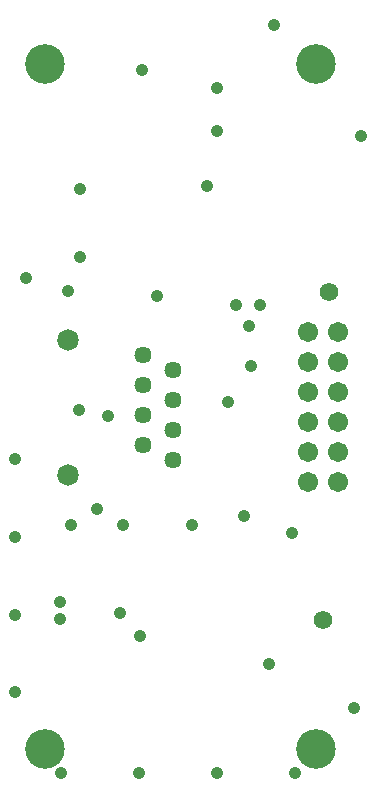
<source format=gbr>
G04 DesignSpark PCB PRO Gerber Version 10.0 Build 5299*
G04 #@! TF.Part,Single*
G04 #@! TF.FileFunction,Soldermask,Bot*
G04 #@! TF.FilePolarity,Negative*
%FSLAX35Y35*%
%MOIN*%
G04 #@! TA.AperFunction,ViaPad*
%ADD10C,0.04143*%
G04 #@! TA.AperFunction,ComponentPad*
%ADD14C,0.05730*%
G04 #@! TA.AperFunction,ViaPad*
%ADD11C,0.06200*%
G04 #@! TA.AperFunction,ComponentPad*
%ADD13C,0.06702*%
%ADD15C,0.07194*%
G04 #@! TA.AperFunction,WasherPad*
%ADD12C,0.13198*%
G04 #@! TD.AperFunction*
X0Y0D02*
D02*
D10*
X18110Y42913D03*
Y68898D03*
Y94882D03*
Y120866D03*
X21654Y181102D03*
X33071Y67323D03*
Y73228D03*
X33465Y16142D03*
X35827Y176772D03*
X36614Y98819D03*
X39370Y137008D03*
X39764Y188189D03*
Y210630D03*
X45276Y103937D03*
X49213Y135039D03*
X53150Y69291D03*
X53937Y98819D03*
X59449Y16142D03*
X59843Y61811D03*
X60236Y250394D03*
X65354Y175197D03*
X77165Y98819D03*
X81890Y211811D03*
X85433Y16142D03*
Y229921D03*
Y244488D03*
X88976Y139720D03*
X91732Y172047D03*
X94488Y101575D03*
X96063Y164961D03*
X96850Y151575D03*
X99606Y172047D03*
X102756Y52362D03*
X104331Y265354D03*
X110236Y96063D03*
X111417Y16142D03*
X131102Y37795D03*
X133465Y228346D03*
D02*
D11*
X120866Y66929D03*
X122579Y176516D03*
D02*
D12*
X27953Y24016D03*
Y252362D03*
X118504Y24016D03*
Y252362D03*
D02*
D13*
X115591Y113189D03*
Y123189D03*
Y133189D03*
Y143189D03*
Y153189D03*
Y163189D03*
X125591Y113189D03*
Y123189D03*
Y133189D03*
Y143189D03*
Y153189D03*
Y163189D03*
D02*
D14*
X60630Y125512D03*
Y135512D03*
Y145512D03*
Y155512D03*
X70630Y120512D03*
Y130512D03*
Y140512D03*
Y150512D03*
D02*
D15*
X35630Y115508D03*
Y160516D03*
X0Y0D02*
M02*

</source>
